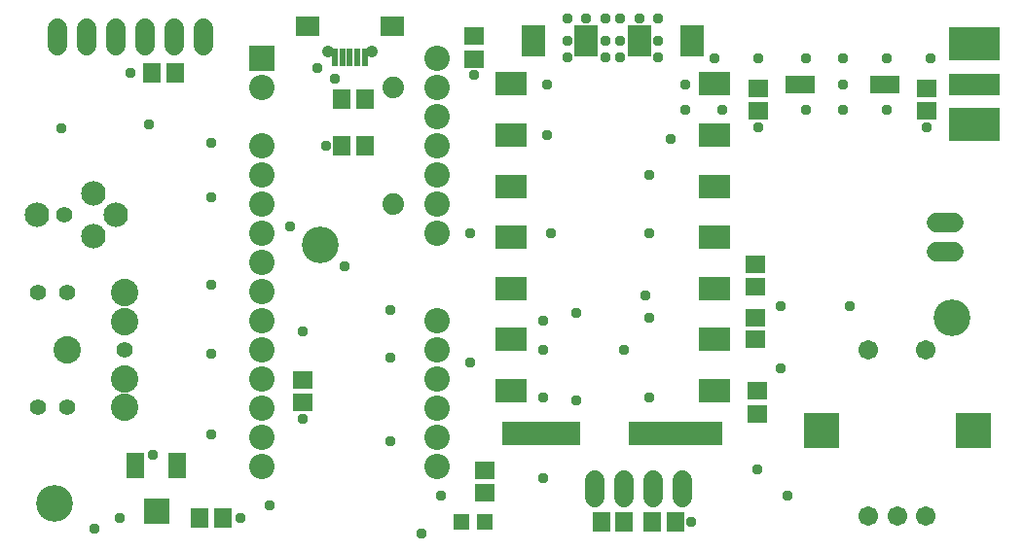
<source format=gbr>
G04 EAGLE Gerber RS-274X export*
G75*
%MOMM*%
%FSLAX34Y34*%
%LPD*%
%INSoldermask Top*%
%IPPOS*%
%AMOC8*
5,1,8,0,0,1.08239X$1,22.5*%
G01*
%ADD10C,3.203200*%
%ADD11R,1.503200X1.803200*%
%ADD12R,1.803200X1.503200*%
%ADD13C,1.879600*%
%ADD14R,1.403200X1.403200*%
%ADD15R,1.703200X1.503200*%
%ADD16R,2.673200X2.083200*%
%ADD17R,2.083200X2.673200*%
%ADD18R,6.803200X2.003200*%
%ADD19R,8.203200X2.003200*%
%ADD20R,4.394200X1.981200*%
%ADD21R,4.394200X2.870200*%
%ADD22C,1.727200*%
%ADD23R,1.503200X2.203200*%
%ADD24R,2.203200X2.203200*%
%ADD25C,1.711200*%
%ADD26R,3.053200X3.053200*%
%ADD27R,2.603200X1.603200*%
%ADD28R,2.000000X1.700000*%
%ADD29R,0.603200X1.603200*%
%ADD30C,1.053200*%
%ADD31C,2.387600*%
%ADD32C,1.403200*%
%ADD33C,2.133600*%
%ADD34R,1.503200X1.703200*%
%ADD35C,2.203200*%
%ADD36C,0.959600*%


D10*
X28575Y50800D03*
X809625Y212725D03*
X260350Y276225D03*
D11*
X298925Y403225D03*
X278925Y403225D03*
X298925Y361950D03*
X278925Y361950D03*
D12*
X639763Y128906D03*
X639763Y148906D03*
D11*
X175100Y38100D03*
X155100Y38100D03*
D12*
X244475Y158431D03*
X244475Y138431D03*
D13*
X323850Y311150D03*
X323850Y412750D03*
D14*
X403406Y34925D03*
X382406Y34925D03*
D15*
X403225Y79350D03*
X403225Y60350D03*
D16*
X426100Y149075D03*
X426100Y193575D03*
X426100Y238075D03*
X426100Y282575D03*
X426100Y327075D03*
X426100Y371575D03*
X426100Y416075D03*
D17*
X445350Y453825D03*
X491350Y453825D03*
X537350Y453825D03*
X583350Y453825D03*
D16*
X602600Y416075D03*
X602600Y371575D03*
X602600Y327075D03*
X602600Y282575D03*
X602600Y238075D03*
X602600Y193575D03*
X602600Y149075D03*
D18*
X452350Y111325D03*
D19*
X569350Y111325D03*
D20*
X828846Y415925D03*
D21*
X828846Y380979D03*
X828846Y450871D03*
D22*
X498475Y71120D02*
X498475Y55880D01*
X523875Y55880D02*
X523875Y71120D01*
X549275Y71120D02*
X549275Y55880D01*
X574675Y55880D02*
X574675Y71120D01*
X158750Y449580D02*
X158750Y464820D01*
X133350Y464820D02*
X133350Y449580D01*
X107950Y449580D02*
X107950Y464820D01*
X82550Y464820D02*
X82550Y449580D01*
X57150Y449580D02*
X57150Y464820D01*
X31750Y464820D02*
X31750Y449580D01*
D23*
X135475Y83500D03*
X99475Y83500D03*
D24*
X117475Y43500D03*
D25*
X737000Y184300D03*
X787000Y184300D03*
X737000Y39300D03*
X762000Y39300D03*
X787000Y39300D03*
D26*
X696000Y114300D03*
X828000Y114300D03*
D22*
X810895Y295275D02*
X795655Y295275D01*
X795655Y269875D02*
X810895Y269875D01*
D27*
X751375Y415925D03*
X677375Y415925D03*
D12*
X641350Y392431D03*
X641350Y412431D03*
X787400Y392431D03*
X787400Y412431D03*
X393700Y437675D03*
X393700Y457675D03*
D28*
X322590Y466725D03*
X248910Y466725D03*
D29*
X285750Y439725D03*
X292250Y439725D03*
X272750Y439725D03*
X279250Y439725D03*
X298750Y439725D03*
D30*
X304750Y444725D03*
X266750Y444725D03*
D11*
X133825Y425450D03*
X113825Y425450D03*
X548800Y34925D03*
X568800Y34925D03*
D31*
X39650Y184425D03*
X89650Y209425D03*
X89650Y234425D03*
X89650Y159425D03*
X89650Y134425D03*
D32*
X39650Y234425D03*
X14650Y234425D03*
X14650Y134425D03*
X39650Y134425D03*
X89650Y184425D03*
D33*
X62306Y283425D03*
X62306Y320425D03*
X13306Y301925D03*
X82306Y301925D03*
D32*
X37306Y301925D03*
D34*
X523850Y34925D03*
X504850Y34925D03*
D24*
X209550Y438150D03*
D35*
X209550Y412750D03*
X209550Y361950D03*
X209550Y336550D03*
X209550Y311150D03*
X209550Y285750D03*
X209550Y260350D03*
X209550Y234950D03*
X209550Y209550D03*
X209550Y184150D03*
X209550Y158750D03*
X209550Y133350D03*
X209550Y107950D03*
X209550Y82550D03*
X361950Y82550D03*
X361950Y107950D03*
X361950Y133350D03*
X361950Y158750D03*
X361950Y184150D03*
X361950Y209550D03*
X361950Y285750D03*
X361950Y311150D03*
X361950Y336550D03*
X361950Y361950D03*
X361950Y387350D03*
X361950Y412750D03*
X361950Y438150D03*
D15*
X638175Y239738D03*
X638175Y258738D03*
X638175Y193700D03*
X638175Y212700D03*
D36*
X390525Y173038D03*
X190500Y38100D03*
X95250Y425450D03*
X844550Y444500D03*
X828675Y444500D03*
X812800Y444500D03*
X812800Y387350D03*
X828675Y387350D03*
X844550Y387350D03*
X787400Y378619D03*
X641350Y378619D03*
X790575Y438150D03*
X752475Y438150D03*
X682625Y438150D03*
X714375Y415925D03*
X714375Y438150D03*
X641350Y438150D03*
X603250Y438150D03*
X577850Y415925D03*
X577850Y393700D03*
X609600Y393700D03*
X682625Y393700D03*
X714375Y393700D03*
X752475Y393700D03*
X393700Y423863D03*
X273050Y420688D03*
X257175Y430213D03*
X244475Y124619D03*
X582613Y34925D03*
X114300Y92869D03*
X474663Y454025D03*
X508000Y454025D03*
X520700Y454025D03*
X554038Y454025D03*
X520700Y438944D03*
X474663Y438944D03*
X537369Y473075D03*
X491331Y473075D03*
X474663Y473075D03*
X508000Y473075D03*
X508000Y438944D03*
X520700Y473075D03*
X554038Y473075D03*
X554038Y438944D03*
X34925Y377825D03*
X165100Y317500D03*
X165100Y241300D03*
X165100Y180975D03*
X165100Y111125D03*
X320675Y177800D03*
X320675Y104775D03*
X365125Y57150D03*
X660400Y222250D03*
X720725Y222250D03*
X666750Y57150D03*
X546100Y142875D03*
X546100Y212725D03*
X542925Y231775D03*
X546100Y285750D03*
X546100Y336550D03*
X565150Y368300D03*
X457200Y415925D03*
X457200Y371475D03*
X460375Y285750D03*
X454025Y142875D03*
X454025Y73025D03*
X660400Y168275D03*
X85725Y38100D03*
X215900Y49213D03*
X347663Y24606D03*
X454025Y209550D03*
X244475Y200819D03*
X165100Y365125D03*
X390525Y285750D03*
X320675Y219075D03*
X265113Y361950D03*
X482600Y216694D03*
X482600Y140494D03*
X233363Y292100D03*
X280988Y257175D03*
X639763Y80169D03*
X63500Y28575D03*
X111125Y381000D03*
X454025Y184150D03*
X523875Y184150D03*
M02*

</source>
